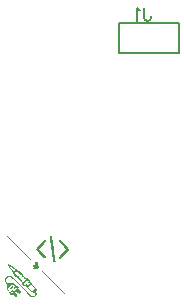
<source format=gbo>
G04 Layer: BottomSilkLayer*
G04 EasyEDA v6.4.25, 2021-10-20T20:18:06+03:00*
G04 dcba5cd40900447394ce88492ccb6976,3ac546bf038a4e40b039f7879bd882b5,10*
G04 Gerber Generator version 0.2*
G04 Scale: 100 percent, Rotated: No, Reflected: No *
G04 Dimensions in millimeters *
G04 leading zeros omitted , absolute positions ,4 integer and 5 decimal *
%FSLAX45Y45*%
%MOMM*%

%ADD33C,0.1524*%
%ADD34C,0.2032*%
%ADD35C,0.2030*%

%LPD*%
G36*
X847547Y5285689D02*
G01*
X846632Y5285536D01*
X845921Y5285028D01*
X845413Y5284266D01*
X845210Y5283403D01*
X848258Y5279796D01*
X870661Y5256479D01*
X909980Y5216499D01*
X996137Y5130241D01*
X1045108Y5081778D01*
X1060348Y5067198D01*
X1070406Y5058003D01*
X1076147Y5053330D01*
X1077671Y5052517D01*
X1078433Y5052517D01*
X1078433Y5053228D01*
X1077569Y5054752D01*
X1072946Y5060543D01*
X1063701Y5070602D01*
X1049121Y5085791D01*
X1000709Y5134813D01*
X908710Y5226558D01*
X870508Y5264099D01*
X849680Y5283962D01*
G37*
G36*
X1237132Y5257444D02*
G01*
X1234135Y5256530D01*
X1230985Y5254701D01*
X1228598Y5252720D01*
X1227429Y5250332D01*
X1227226Y5246522D01*
X1227937Y5237378D01*
X1229817Y5222494D01*
X1246022Y5115255D01*
X1249984Y5091734D01*
X1253185Y5070551D01*
X1256436Y5050942D01*
X1257808Y5044033D01*
X1258773Y5040376D01*
X1261414Y5036870D01*
X1265377Y5035042D01*
X1270050Y5035042D01*
X1274775Y5037023D01*
X1277467Y5039055D01*
X1278788Y5041392D01*
X1278991Y5045202D01*
X1277721Y5057343D01*
X1252880Y5219344D01*
X1249578Y5239054D01*
X1248206Y5245658D01*
X1246987Y5250434D01*
X1245768Y5253685D01*
X1244549Y5255615D01*
X1243279Y5256580D01*
X1240129Y5257444D01*
G37*
G36*
X1316329Y5225592D02*
G01*
X1311706Y5223764D01*
X1308404Y5219903D01*
X1307134Y5214569D01*
X1307388Y5212689D01*
X1308252Y5210505D01*
X1309878Y5207812D01*
X1312418Y5204358D01*
X1321206Y5194350D01*
X1347216Y5166664D01*
X1356410Y5156504D01*
X1364335Y5147106D01*
X1364894Y5145989D01*
X1364335Y5144922D01*
X1359966Y5139537D01*
X1341831Y5119573D01*
X1327759Y5104688D01*
X1316075Y5091988D01*
X1312367Y5087620D01*
X1309827Y5084165D01*
X1308201Y5081473D01*
X1307388Y5079288D01*
X1307134Y5077358D01*
X1308354Y5072583D01*
X1311351Y5068824D01*
X1315516Y5066690D01*
X1320038Y5066792D01*
X1324254Y5070144D01*
X1332839Y5078374D01*
X1344625Y5090261D01*
X1358341Y5104587D01*
X1374952Y5122418D01*
X1385570Y5134457D01*
X1388922Y5138674D01*
X1391208Y5141925D01*
X1392428Y5144312D01*
X1392834Y5145989D01*
X1392428Y5147716D01*
X1391208Y5150104D01*
X1385570Y5157571D01*
X1374952Y5169560D01*
X1344828Y5201666D01*
X1333347Y5213502D01*
X1321562Y5224881D01*
G37*
G36*
X1188212Y5225288D02*
G01*
X1184554Y5224475D01*
X1180947Y5222494D01*
X1177544Y5219446D01*
X1145895Y5185918D01*
X1125270Y5163718D01*
X1118158Y5155742D01*
X1114653Y5151374D01*
X1112774Y5148224D01*
X1112164Y5145989D01*
X1112774Y5143804D01*
X1114653Y5140655D01*
X1118158Y5136235D01*
X1134821Y5117846D01*
X1177848Y5072075D01*
X1184503Y5067604D01*
X1191412Y5067503D01*
X1196898Y5071262D01*
X1199134Y5078323D01*
X1198067Y5081270D01*
X1194968Y5085892D01*
X1189837Y5092090D01*
X1154176Y5129987D01*
X1144727Y5140350D01*
X1140866Y5145125D01*
X1140460Y5145989D01*
X1140866Y5146903D01*
X1144727Y5151678D01*
X1154176Y5162042D01*
X1182674Y5192166D01*
X1192631Y5203139D01*
X1197864Y5210708D01*
X1199032Y5216194D01*
X1196797Y5220868D01*
X1194308Y5223256D01*
X1191666Y5224780D01*
G37*
G36*
X1114806Y5039766D02*
G01*
X1110437Y5038852D01*
X1106525Y5036921D01*
X1103325Y5034076D01*
X1101191Y5030419D01*
X1100407Y5026202D01*
X1111961Y5026202D01*
X1112215Y5027574D01*
X1114399Y5030470D01*
X1116787Y5030063D01*
X1118362Y5027269D01*
X1118006Y5022850D01*
X1117295Y5020818D01*
X1116533Y5020056D01*
X1115466Y5020360D01*
X1113942Y5021783D01*
X1112926Y5023154D01*
X1112215Y5024678D01*
X1111961Y5026202D01*
X1100407Y5026202D01*
X1100683Y5023154D01*
X1101547Y5020462D01*
X1102969Y5017973D01*
X1107440Y5013198D01*
X1108456Y5011420D01*
X1108049Y5009642D01*
X1106373Y5007203D01*
X1103934Y5004612D01*
X1102055Y5003952D01*
X1100836Y5005171D01*
X1100124Y5009997D01*
X1099210Y5011115D01*
X1097483Y5011724D01*
X1094790Y5011877D01*
X1090980Y5011115D01*
X1089253Y5008727D01*
X1089609Y5004663D01*
X1093419Y4995773D01*
X1093673Y4993487D01*
X1093311Y4992674D01*
X1112316Y4992674D01*
X1112723Y4995976D01*
X1115415Y4999888D01*
X1118666Y5003038D01*
X1121003Y5004206D01*
X1122832Y5003393D01*
X1124610Y5000701D01*
X1125626Y4996738D01*
X1124559Y4993182D01*
X1121918Y4990541D01*
X1117955Y4989525D01*
X1114094Y4990388D01*
X1112316Y4992674D01*
X1093311Y4992674D01*
X1092657Y4991201D01*
X1088339Y4985766D01*
X1085850Y4982210D01*
X1085494Y4981346D01*
X1087780Y4980432D01*
X1092911Y4980279D01*
X1098296Y4980787D01*
X1102207Y4982413D01*
X1104087Y4982311D01*
X1106627Y4981803D01*
X1114806Y4979263D01*
X1119682Y4978857D01*
X1124254Y4979416D01*
X1128318Y4980838D01*
X1131824Y4982972D01*
X1134668Y4985715D01*
X1136751Y4988966D01*
X1138021Y4992624D01*
X1138326Y4996484D01*
X1137564Y5000548D01*
X1135684Y5004663D01*
X1132535Y5008626D01*
X1129487Y5011978D01*
X1128064Y5014315D01*
X1128115Y5016195D01*
X1131519Y5022494D01*
X1131874Y5026863D01*
X1130503Y5031181D01*
X1127506Y5035245D01*
X1123645Y5038090D01*
X1119327Y5039512D01*
G37*
G36*
X879500Y5020157D02*
G01*
X875893Y5019090D01*
X875487Y5014874D01*
X879094Y5008524D01*
X881075Y5005628D01*
X884572Y4998720D01*
X895654Y4998720D01*
X895705Y4999583D01*
X896569Y4999634D01*
X900937Y4998618D01*
X903884Y4997653D01*
X907338Y4995875D01*
X911809Y4992776D01*
X916889Y4988814D01*
X922019Y4984343D01*
X926846Y4979771D01*
X930859Y4975606D01*
X933602Y4972151D01*
X934618Y4969916D01*
X934262Y4968748D01*
X931773Y4965293D01*
X925220Y4958994D01*
X913180Y4970983D01*
X907948Y4976469D01*
X903528Y4981854D01*
X900125Y4986782D01*
X898042Y4990947D01*
X896061Y4996789D01*
X895654Y4998720D01*
X884572Y4998720D01*
X889609Y4986172D01*
X892911Y4980432D01*
X897788Y4974234D01*
X911555Y4959146D01*
X915771Y4953914D01*
X917803Y4950155D01*
X918211Y4946650D01*
X926337Y4946650D01*
X940562Y4960924D01*
X944219Y4964176D01*
X947013Y4966360D01*
X948588Y4967173D01*
X950823Y4966004D01*
X954633Y4962906D01*
X964336Y4953304D01*
X972972Y4943500D01*
X975410Y4940046D01*
X975817Y4938420D01*
X975004Y4937658D01*
X974344Y4936490D01*
X973886Y4935067D01*
X973734Y4933543D01*
X974648Y4931156D01*
X976833Y4929987D01*
X979627Y4930190D01*
X983437Y4932375D01*
X984808Y4932121D01*
X986485Y4931105D01*
X988466Y4929225D01*
X990447Y4926838D01*
X991463Y4924856D01*
X991514Y4923028D01*
X990701Y4920996D01*
X989888Y4917541D01*
X991158Y4915001D01*
X993952Y4913934D01*
X997559Y4914849D01*
X999540Y4915611D01*
X1001318Y4915458D01*
X1003147Y4914392D01*
X1005433Y4912207D01*
X1007516Y4909820D01*
X1008430Y4907991D01*
X1008329Y4906416D01*
X1006094Y4903165D01*
X1005840Y4901793D01*
X1006348Y4900472D01*
X1007821Y4898796D01*
X1009446Y4897374D01*
X1010818Y4896815D01*
X1012139Y4897120D01*
X1015492Y4899406D01*
X1017066Y4899507D01*
X1018895Y4898491D01*
X1025906Y4891684D01*
X1003655Y4869586D01*
X996950Y4876139D01*
X995832Y4877866D01*
X995527Y4879289D01*
X997712Y4883099D01*
X997915Y4885893D01*
X996696Y4888077D01*
X994359Y4888941D01*
X992835Y4888788D01*
X991412Y4888382D01*
X990244Y4887722D01*
X988669Y4886350D01*
X987450Y4886502D01*
X985875Y4887417D01*
X983945Y4888992D01*
X981862Y4891278D01*
X980694Y4893513D01*
X980338Y4896104D01*
X981049Y4902657D01*
X980846Y4904587D01*
X979881Y4905502D01*
X978103Y4905705D01*
X976528Y4905603D01*
X973632Y4904587D01*
X972616Y4903825D01*
X971499Y4903317D01*
X970076Y4903571D01*
X968349Y4904689D01*
X966266Y4906670D01*
X964285Y4909007D01*
X963269Y4910836D01*
X963218Y4912258D01*
X964082Y4913579D01*
X965962Y4917389D01*
X964742Y4920538D01*
X961593Y4921910D01*
X957580Y4920335D01*
X955598Y4919776D01*
X952652Y4921300D01*
X947877Y4925314D01*
X926337Y4946650D01*
X918211Y4946650D01*
X918311Y4945583D01*
X919378Y4943348D01*
X921512Y4940249D01*
X929944Y4930546D01*
X945540Y4914392D01*
X969111Y4890516D01*
X985519Y4873548D01*
X990193Y4868316D01*
X993038Y4864506D01*
X994511Y4861763D01*
X994968Y4859528D01*
X994740Y4855413D01*
X1002690Y4855413D01*
X1027277Y4880000D01*
X1033322Y4885639D01*
X1037742Y4889449D01*
X1039876Y4890820D01*
X1041095Y4890363D01*
X1045311Y4887163D01*
X1053795Y4878832D01*
X1047038Y4871923D01*
X1044244Y4868773D01*
X1042365Y4866030D01*
X1041400Y4863795D01*
X1041400Y4862068D01*
X1043127Y4859934D01*
X1045718Y4859274D01*
X1048613Y4860086D01*
X1051204Y4862423D01*
X1052626Y4864100D01*
X1053896Y4864557D01*
X1055471Y4863744D01*
X1062126Y4857292D01*
X1043482Y4838649D01*
X1039469Y4835398D01*
X1036980Y4834839D01*
X1034846Y4836210D01*
X1032510Y4838903D01*
X1031595Y4841392D01*
X1032205Y4843475D01*
X1034287Y4844948D01*
X1036319Y4846777D01*
X1036980Y4849571D01*
X1036269Y4852416D01*
X1034237Y4854244D01*
X1032510Y4854244D01*
X1030122Y4853178D01*
X1027176Y4851298D01*
X1023874Y4848555D01*
X1016355Y4841748D01*
X1002690Y4855413D01*
X994740Y4855413D01*
X994664Y4853533D01*
X995680Y4850333D01*
X998372Y4846726D01*
X1003300Y4841646D01*
X1008227Y4837074D01*
X1012037Y4834331D01*
X1015339Y4833010D01*
X1020775Y4832604D01*
X1022807Y4832096D01*
X1025093Y4830978D01*
X1027836Y4828997D01*
X1030858Y4826457D01*
X1044549Y4826457D01*
X1060704Y4842713D01*
X1067409Y4848910D01*
X1068730Y4849825D01*
X1070356Y4848606D01*
X1079042Y4840427D01*
X1100429Y4819040D01*
X1076198Y4795012D01*
X1044549Y4826457D01*
X1030858Y4826457D01*
X1035761Y4821986D01*
X1059942Y4798314D01*
X1065933Y4792929D01*
X1087374Y4792929D01*
X1097026Y4802682D01*
X1101242Y4806340D01*
X1102156Y4806848D01*
X1103782Y4805730D01*
X1106271Y4803292D01*
X1107795Y4801260D01*
X1107846Y4799431D01*
X1106119Y4796942D01*
X1102309Y4793030D01*
X1098194Y4789220D01*
X1095654Y4787544D01*
X1093673Y4787747D01*
X1087374Y4792929D01*
X1065933Y4792929D01*
X1067968Y4791100D01*
X1073353Y4787239D01*
X1076807Y4786071D01*
X1078992Y4785715D01*
X1081379Y4784750D01*
X1083716Y4783328D01*
X1085697Y4781600D01*
X1089812Y4778654D01*
X1094486Y4777333D01*
X1098905Y4777790D01*
X1104493Y4781600D01*
X1106271Y4780635D01*
X1107389Y4777384D01*
X1107846Y4771999D01*
X1106982Y4765446D01*
X1104442Y4759655D01*
X1100480Y4754981D01*
X1095298Y4751781D01*
X1092047Y4750409D01*
X1089101Y4749546D01*
X1086053Y4749495D01*
X1082548Y4750511D01*
X1078230Y4752898D01*
X1072743Y4756962D01*
X1065682Y4763008D01*
X1056690Y4771339D01*
X1031443Y4795977D01*
X950010Y4877003D01*
X929386Y4896967D01*
X915060Y4910277D01*
X910132Y4914595D01*
X906526Y4917440D01*
X904240Y4918862D01*
X899464Y4920640D01*
X894587Y4921758D01*
X889711Y4922215D01*
X884885Y4921961D01*
X880160Y4921097D01*
X875588Y4919675D01*
X871219Y4917592D01*
X867105Y4914950D01*
X863295Y4911801D01*
X859891Y4908092D01*
X856894Y4903876D01*
X854354Y4899202D01*
X852322Y4893716D01*
X851255Y4888128D01*
X851103Y4882489D01*
X851916Y4876850D01*
X853592Y4871313D01*
X856183Y4865878D01*
X859637Y4860696D01*
X867410Y4852162D01*
X868883Y4849723D01*
X868629Y4847437D01*
X864717Y4839817D01*
X864070Y4836109D01*
X873912Y4836109D01*
X874166Y4837785D01*
X876046Y4840325D01*
X879652Y4844135D01*
X885596Y4849418D01*
X887882Y4851044D01*
X889355Y4851654D01*
X892098Y4850892D01*
X892606Y4848606D01*
X890879Y4844999D01*
X886968Y4840376D01*
X882396Y4835804D01*
X879602Y4833670D01*
X877519Y4833569D01*
X875030Y4834890D01*
X873912Y4836109D01*
X864070Y4836109D01*
X864971Y4832705D01*
X869391Y4826203D01*
X870254Y4823968D01*
X870203Y4821682D01*
X869340Y4818837D01*
X868019Y4812284D01*
X868134Y4811572D01*
X878179Y4811572D01*
X878484Y4815738D01*
X880414Y4819751D01*
X884885Y4825085D01*
X893013Y4833264D01*
X899414Y4839309D01*
X904646Y4843780D01*
X909066Y4846675D01*
X912926Y4847996D01*
X916584Y4847894D01*
X920343Y4846370D01*
X924407Y4843475D01*
X938479Y4830572D01*
X924814Y4816500D01*
X922528Y4813452D01*
X922426Y4811369D01*
X924001Y4809388D01*
X926033Y4807864D01*
X928369Y4808270D01*
X932078Y4811217D01*
X944626Y4823307D01*
X948385Y4826254D01*
X950671Y4826609D01*
X952753Y4825085D01*
X953617Y4823968D01*
X953922Y4822698D01*
X953363Y4820970D01*
X951737Y4818583D01*
X944371Y4810404D01*
X935431Y4801311D01*
X951128Y4801311D01*
X951737Y4802886D01*
X953668Y4804460D01*
X955090Y4805121D01*
X959764Y4801666D01*
X967333Y4793792D01*
X974140Y4785614D01*
X976630Y4781092D01*
X974547Y4779314D01*
X971499Y4779975D01*
X966876Y4783378D01*
X960170Y4789830D01*
X955090Y4795215D01*
X952144Y4798872D01*
X951128Y4801311D01*
X935431Y4801311D01*
X915517Y4781499D01*
X907287Y4774082D01*
X904997Y4772507D01*
X922223Y4772507D01*
X923442Y4774488D01*
X924153Y4775098D01*
X924864Y4775352D01*
X929741Y4771847D01*
X937463Y4764074D01*
X944371Y4755896D01*
X946861Y4751324D01*
X945134Y4749647D01*
X942644Y4750104D01*
X938479Y4753254D01*
X931773Y4759452D01*
X927252Y4764074D01*
X924153Y4767783D01*
X922477Y4770628D01*
X922223Y4772507D01*
X904849Y4772406D01*
X903122Y4771847D01*
X901852Y4772101D01*
X900633Y4772964D01*
X898956Y4774895D01*
X899160Y4777079D01*
X901852Y4780534D01*
X907542Y4786426D01*
X913892Y4793488D01*
X917244Y4798771D01*
X917498Y4802124D01*
X914653Y4803292D01*
X912774Y4802632D01*
X910082Y4800955D01*
X906830Y4798466D01*
X895451Y4787544D01*
X886917Y4796078D01*
X882650Y4800650D01*
X880008Y4804308D01*
X878636Y4807762D01*
X878179Y4811572D01*
X868134Y4811572D01*
X869086Y4805680D01*
X872693Y4798771D01*
X882853Y4786680D01*
X885748Y4782769D01*
X887476Y4779416D01*
X888542Y4774285D01*
X889914Y4771542D01*
X892251Y4768545D01*
X895502Y4765294D01*
X900480Y4760976D01*
X903681Y4759096D01*
X906271Y4759350D01*
X909319Y4761433D01*
X911656Y4762601D01*
X914298Y4761839D01*
X918514Y4758588D01*
X931824Y4746142D01*
X936548Y4742434D01*
X940308Y4740503D01*
X943610Y4739944D01*
X948334Y4741164D01*
X952652Y4744313D01*
X955751Y4748631D01*
X956970Y4753406D01*
X956005Y4755845D01*
X953312Y4759807D01*
X949350Y4764684D01*
X944524Y4769967D01*
X932129Y4782820D01*
X942848Y4794046D01*
X961390Y4775860D01*
X966063Y4772152D01*
X969771Y4770272D01*
X973175Y4769764D01*
X978052Y4770932D01*
X982421Y4774082D01*
X985570Y4778400D01*
X986790Y4783226D01*
X985824Y4785664D01*
X983183Y4789525D01*
X979271Y4794351D01*
X968146Y4806340D01*
X964742Y4810709D01*
X963625Y4813655D01*
X964285Y4816043D01*
X965911Y4820259D01*
X965860Y4824018D01*
X963828Y4827930D01*
X959764Y4832553D01*
X956462Y4835550D01*
X953769Y4837379D01*
X951382Y4838192D01*
X946658Y4837988D01*
X943610Y4839360D01*
X939596Y4842408D01*
X923188Y4857800D01*
X905967Y4856378D01*
X901903Y4856530D01*
X899058Y4857242D01*
X893318Y4860696D01*
X888949Y4861356D01*
X884580Y4860645D01*
X880871Y4858512D01*
X878890Y4857038D01*
X877112Y4856988D01*
X874725Y4858715D01*
X871067Y4862423D01*
X867206Y4866894D01*
X864209Y4871161D01*
X862076Y4875276D01*
X860755Y4879340D01*
X860298Y4883353D01*
X860602Y4887468D01*
X861720Y4891633D01*
X863650Y4896002D01*
X867156Y4901946D01*
X871016Y4906111D01*
X875792Y4909058D01*
X883970Y4911750D01*
X887476Y4912512D01*
X890778Y4912715D01*
X894334Y4912055D01*
X898398Y4910226D01*
X903427Y4906873D01*
X909777Y4901793D01*
X917803Y4894580D01*
X940460Y4872736D01*
X1016914Y4796536D01*
X1039215Y4774692D01*
X1057046Y4757623D01*
X1070660Y4745177D01*
X1072845Y4743551D01*
X1077264Y4741672D01*
X1081786Y4740554D01*
X1086358Y4740148D01*
X1090980Y4740503D01*
X1095552Y4741570D01*
X1100023Y4743348D01*
X1104392Y4745837D01*
X1108506Y4749038D01*
X1111554Y4752289D01*
X1113993Y4756251D01*
X1115771Y4760722D01*
X1116990Y4765446D01*
X1117447Y4770374D01*
X1117244Y4775250D01*
X1116330Y4779924D01*
X1113129Y4787341D01*
X1112723Y4789424D01*
X1113434Y4791151D01*
X1115364Y4793081D01*
X1118158Y4796790D01*
X1118819Y4800854D01*
X1117295Y4805121D01*
X1111351Y4812080D01*
X1109878Y4814366D01*
X1109167Y4816500D01*
X1109218Y4818380D01*
X1108506Y4821326D01*
X1104798Y4826558D01*
X1097483Y4834737D01*
X1078534Y4854194D01*
X1068578Y4864760D01*
X1065631Y4868265D01*
X1063752Y4871008D01*
X1062736Y4873142D01*
X1062431Y4875072D01*
X1062685Y4880203D01*
X1061516Y4883251D01*
X1058519Y4887010D01*
X1053185Y4892294D01*
X1046632Y4898186D01*
X1042314Y4901133D01*
X1038961Y4901641D01*
X1035405Y4900269D01*
X1034135Y4900117D01*
X1032205Y4900930D01*
X1029360Y4902860D01*
X1020013Y4911140D01*
X1004163Y4926584D01*
X981811Y4948834D01*
X965606Y4964633D01*
X960119Y4969611D01*
X955954Y4973015D01*
X952855Y4975148D01*
X950518Y4976215D01*
X945184Y4977079D01*
X941476Y4979111D01*
X936599Y4983124D01*
X922934Y4996281D01*
X916990Y5001006D01*
X911047Y5004511D01*
X898448Y5009794D01*
X893114Y5012334D01*
X888593Y5014823D01*
X885494Y5016906D01*
G37*
G36*
X1162100Y4970932D02*
G01*
X1161288Y4970678D01*
X1160627Y4969967D01*
X1160170Y4968951D01*
X1160018Y4967681D01*
X1160881Y4966411D01*
X1167638Y4959045D01*
X1197203Y4928514D01*
X1241501Y4883810D01*
X1311148Y4814265D01*
X1357172Y4768900D01*
X1390040Y4737100D01*
X1398981Y4728870D01*
X1401521Y4726889D01*
X1402486Y4727092D01*
X1403299Y4727600D01*
X1403807Y4728413D01*
X1404010Y4729327D01*
X1400860Y4733086D01*
X1377594Y4757216D01*
X1336751Y4798618D01*
X1250086Y4885182D01*
X1203706Y4931003D01*
X1172413Y4961483D01*
X1164285Y4969103D01*
G37*
G36*
X913130Y4832858D02*
G01*
X911047Y4832248D01*
X907694Y4829657D01*
X902360Y4824526D01*
X896924Y4818634D01*
X894181Y4814366D01*
X894130Y4811369D01*
X896569Y4809490D01*
X898398Y4809540D01*
X900887Y4810709D01*
X903986Y4813046D01*
X907745Y4816449D01*
X912520Y4821631D01*
X915263Y4825898D01*
X915974Y4829251D01*
X914755Y4831842D01*
G37*
D33*
X2030729Y7189215D02*
G01*
X2030729Y7106158D01*
X2036063Y7090410D01*
X2041143Y7085329D01*
X2051558Y7080250D01*
X2061972Y7080250D01*
X2072386Y7085329D01*
X2077720Y7090410D01*
X2082800Y7106158D01*
X2082800Y7116571D01*
X1996440Y7168387D02*
G01*
X1986279Y7173721D01*
X1970531Y7189215D01*
X1970531Y7080250D01*
D35*
X1816100Y7061200D02*
G01*
X2133600Y7061200D01*
D34*
X1816100Y7061200D02*
G01*
X1816100Y6807200D01*
X2324100Y6807200D01*
X2324100Y7061200D01*
X2133600Y7061200D01*
M02*

</source>
